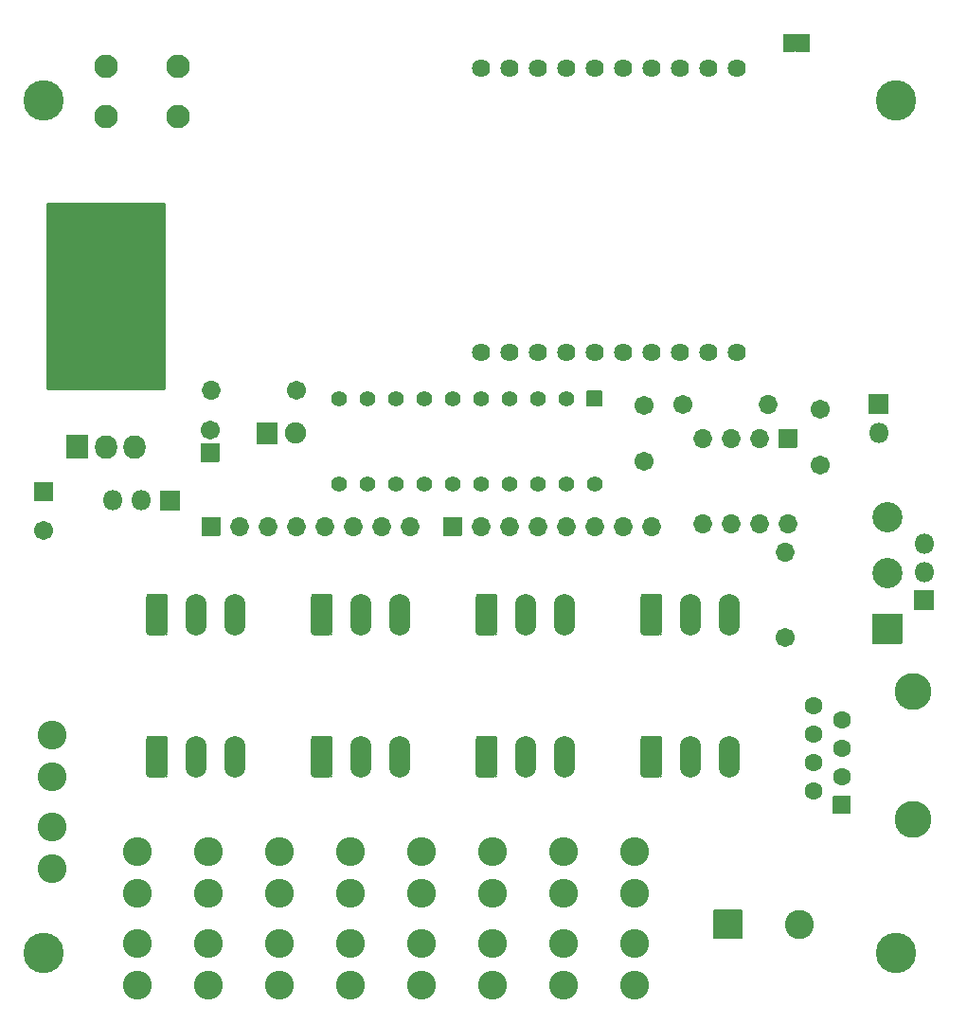
<source format=gbr>
G04 #@! TF.GenerationSoftware,KiCad,Pcbnew,(5.1.9)-1*
G04 #@! TF.CreationDate,2021-05-12T23:26:12-04:00*
G04 #@! TF.ProjectId,ESP32_Controller,45535033-325f-4436-9f6e-74726f6c6c65,v1.2*
G04 #@! TF.SameCoordinates,Original*
G04 #@! TF.FileFunction,Soldermask,Top*
G04 #@! TF.FilePolarity,Negative*
%FSLAX46Y46*%
G04 Gerber Fmt 4.6, Leading zero omitted, Abs format (unit mm)*
G04 Created by KiCad (PCBNEW (5.1.9)-1) date 2021-05-12 23:26:12*
%MOMM*%
%LPD*%
G01*
G04 APERTURE LIST*
%ADD10O,1.802000X1.802000*%
%ADD11C,1.626000*%
%ADD12C,1.602000*%
%ADD13C,3.302000*%
%ADD14O,1.702000X1.702000*%
%ADD15C,1.702000*%
%ADD16C,1.902000*%
%ADD17C,2.102000*%
%ADD18C,2.702000*%
%ADD19O,2.007000X2.102000*%
%ADD20O,3.602000X3.602000*%
%ADD21O,1.902000X3.702000*%
%ADD22C,3.602000*%
%ADD23C,2.577000*%
%ADD24C,1.397400*%
%ADD25C,2.602000*%
%ADD26C,0.254000*%
%ADD27C,0.100000*%
G04 APERTURE END LIST*
D10*
X126120000Y-87100000D03*
X128660000Y-87100000D03*
G36*
G01*
X130350000Y-86199000D02*
X132050000Y-86199000D01*
G75*
G02*
X132101000Y-86250000I0J-51000D01*
G01*
X132101000Y-87950000D01*
G75*
G02*
X132050000Y-88001000I-51000J0D01*
G01*
X130350000Y-88001000D01*
G75*
G02*
X130299000Y-87950000I0J51000D01*
G01*
X130299000Y-86250000D01*
G75*
G02*
X130350000Y-86199000I51000J0D01*
G01*
G37*
G36*
G01*
X187109400Y-45439900D02*
X187109400Y-46939900D01*
G75*
G02*
X187058400Y-46990900I-51000J0D01*
G01*
X186058400Y-46990900D01*
G75*
G02*
X186007400Y-46939900I0J51000D01*
G01*
X186007400Y-45439900D01*
G75*
G02*
X186058400Y-45388900I51000J0D01*
G01*
X187058400Y-45388900D01*
G75*
G02*
X187109400Y-45439900I0J-51000D01*
G01*
G37*
G36*
G01*
X188409400Y-45439900D02*
X188409400Y-46939900D01*
G75*
G02*
X188358400Y-46990900I-51000J0D01*
G01*
X187358400Y-46990900D01*
G75*
G02*
X187307400Y-46939900I0J51000D01*
G01*
X187307400Y-45439900D01*
G75*
G02*
X187358400Y-45388900I51000J0D01*
G01*
X188358400Y-45388900D01*
G75*
G02*
X188409400Y-45439900I0J-51000D01*
G01*
G37*
D11*
X181864000Y-73863200D03*
X179324000Y-73863200D03*
X176784000Y-73863200D03*
X174244000Y-73863200D03*
X171704000Y-73863200D03*
X169164000Y-73863200D03*
X166624000Y-73863200D03*
X164084000Y-73863200D03*
X161544000Y-73863200D03*
X159004000Y-73863200D03*
X159004000Y-48463200D03*
X161544000Y-48463200D03*
X164084000Y-48463200D03*
X166624000Y-48463200D03*
X169164000Y-48463200D03*
X171704000Y-48463200D03*
X174244000Y-48463200D03*
X176784000Y-48463200D03*
X179324000Y-48463200D03*
X181864000Y-48463200D03*
D10*
X198628000Y-90932000D03*
X198628000Y-93472000D03*
G36*
G01*
X199529000Y-95162000D02*
X199529000Y-96862000D01*
G75*
G02*
X199478000Y-96913000I-51000J0D01*
G01*
X197778000Y-96913000D01*
G75*
G02*
X197727000Y-96862000I0J51000D01*
G01*
X197727000Y-95162000D01*
G75*
G02*
X197778000Y-95111000I51000J0D01*
G01*
X199478000Y-95111000D01*
G75*
G02*
X199529000Y-95162000I0J-51000D01*
G01*
G37*
D12*
X188722000Y-105410000D03*
X191262000Y-106680000D03*
X188722000Y-107950000D03*
X191262000Y-109220000D03*
X188722000Y-110490000D03*
X191262000Y-111760000D03*
X188722000Y-113030000D03*
G36*
G01*
X192012000Y-115101000D02*
X190512000Y-115101000D01*
G75*
G02*
X190461000Y-115050000I0J51000D01*
G01*
X190461000Y-113550000D01*
G75*
G02*
X190512000Y-113499000I51000J0D01*
G01*
X192012000Y-113499000D01*
G75*
G02*
X192063000Y-113550000I0J-51000D01*
G01*
X192063000Y-115050000D01*
G75*
G02*
X192012000Y-115101000I-51000J0D01*
G01*
G37*
D13*
X197612000Y-115570000D03*
X197612000Y-104140000D03*
D14*
X184658000Y-78486000D03*
D15*
X177038000Y-78486000D03*
D16*
X142443200Y-81076800D03*
G36*
G01*
X138952200Y-81976800D02*
X138952200Y-80176800D01*
G75*
G02*
X139003200Y-80125800I51000J0D01*
G01*
X140803200Y-80125800D01*
G75*
G02*
X140854200Y-80176800I0J-51000D01*
G01*
X140854200Y-81976800D01*
G75*
G02*
X140803200Y-82027800I-51000J0D01*
G01*
X139003200Y-82027800D01*
G75*
G02*
X138952200Y-81976800I0J51000D01*
G01*
G37*
D14*
X134874000Y-77254100D03*
D15*
X142494000Y-77254100D03*
G36*
G01*
X193663000Y-79336000D02*
X193663000Y-77636000D01*
G75*
G02*
X193714000Y-77585000I51000J0D01*
G01*
X195414000Y-77585000D01*
G75*
G02*
X195465000Y-77636000I0J-51000D01*
G01*
X195465000Y-79336000D01*
G75*
G02*
X195414000Y-79387000I-51000J0D01*
G01*
X193714000Y-79387000D01*
G75*
G02*
X193663000Y-79336000I0J51000D01*
G01*
G37*
D10*
X194564000Y-81026000D03*
D17*
X125476000Y-52760000D03*
X125476000Y-48260000D03*
X131976000Y-52760000D03*
X131976000Y-48260000D03*
D14*
X186436000Y-89154000D03*
X178816000Y-81534000D03*
X183896000Y-89154000D03*
X181356000Y-81534000D03*
X181356000Y-89154000D03*
X183896000Y-81534000D03*
X178816000Y-89154000D03*
G36*
G01*
X185636000Y-80683000D02*
X187236000Y-80683000D01*
G75*
G02*
X187287000Y-80734000I0J-51000D01*
G01*
X187287000Y-82334000D01*
G75*
G02*
X187236000Y-82385000I-51000J0D01*
G01*
X185636000Y-82385000D01*
G75*
G02*
X185585000Y-82334000I0J51000D01*
G01*
X185585000Y-80734000D01*
G75*
G02*
X185636000Y-80683000I51000J0D01*
G01*
G37*
X186182000Y-91694000D03*
D15*
X186182000Y-99314000D03*
D18*
X195326000Y-88552000D03*
X195326000Y-93552000D03*
G36*
G01*
X196626000Y-99903000D02*
X194026000Y-99903000D01*
G75*
G02*
X193975000Y-99852000I0J51000D01*
G01*
X193975000Y-97252000D01*
G75*
G02*
X194026000Y-97201000I51000J0D01*
G01*
X196626000Y-97201000D01*
G75*
G02*
X196677000Y-97252000I0J-51000D01*
G01*
X196677000Y-99852000D01*
G75*
G02*
X196626000Y-99903000I-51000J0D01*
G01*
G37*
D15*
X189357000Y-78947000D03*
X189357000Y-83947000D03*
D19*
X128016000Y-82296000D03*
X125476000Y-82296000D03*
G36*
G01*
X121932500Y-83296000D02*
X121932500Y-81296000D01*
G75*
G02*
X121983500Y-81245000I51000J0D01*
G01*
X123888500Y-81245000D01*
G75*
G02*
X123939500Y-81296000I0J-51000D01*
G01*
X123939500Y-83296000D01*
G75*
G02*
X123888500Y-83347000I-51000J0D01*
G01*
X121983500Y-83347000D01*
G75*
G02*
X121932500Y-83296000I0J51000D01*
G01*
G37*
D20*
X125476000Y-65636000D03*
D21*
X137048000Y-109982000D03*
X133548000Y-109982000D03*
G36*
G01*
X129097000Y-111568834D02*
X129097000Y-108395166D01*
G75*
G02*
X129361166Y-108131000I264166J0D01*
G01*
X130734834Y-108131000D01*
G75*
G02*
X130999000Y-108395166I0J-264166D01*
G01*
X130999000Y-111568834D01*
G75*
G02*
X130734834Y-111833000I-264166J0D01*
G01*
X129361166Y-111833000D01*
G75*
G02*
X129097000Y-111568834I0J264166D01*
G01*
G37*
X166512000Y-109982000D03*
X163012000Y-109982000D03*
G36*
G01*
X158561000Y-111568834D02*
X158561000Y-108395166D01*
G75*
G02*
X158825166Y-108131000I264166J0D01*
G01*
X160198834Y-108131000D01*
G75*
G02*
X160463000Y-108395166I0J-264166D01*
G01*
X160463000Y-111568834D01*
G75*
G02*
X160198834Y-111833000I-264166J0D01*
G01*
X158825166Y-111833000D01*
G75*
G02*
X158561000Y-111568834I0J264166D01*
G01*
G37*
X151780000Y-109982000D03*
X148280000Y-109982000D03*
G36*
G01*
X143829000Y-111568834D02*
X143829000Y-108395166D01*
G75*
G02*
X144093166Y-108131000I264166J0D01*
G01*
X145466834Y-108131000D01*
G75*
G02*
X145731000Y-108395166I0J-264166D01*
G01*
X145731000Y-111568834D01*
G75*
G02*
X145466834Y-111833000I-264166J0D01*
G01*
X144093166Y-111833000D01*
G75*
G02*
X143829000Y-111568834I0J264166D01*
G01*
G37*
X181244000Y-109982000D03*
X177744000Y-109982000D03*
G36*
G01*
X173293000Y-111568834D02*
X173293000Y-108395166D01*
G75*
G02*
X173557166Y-108131000I264166J0D01*
G01*
X174930834Y-108131000D01*
G75*
G02*
X175195000Y-108395166I0J-264166D01*
G01*
X175195000Y-111568834D01*
G75*
G02*
X174930834Y-111833000I-264166J0D01*
G01*
X173557166Y-111833000D01*
G75*
G02*
X173293000Y-111568834I0J264166D01*
G01*
G37*
D14*
X174244000Y-89408000D03*
X171704000Y-89408000D03*
X169164000Y-89408000D03*
X166624000Y-89408000D03*
X164084000Y-89408000D03*
X161544000Y-89408000D03*
X159004000Y-89408000D03*
G36*
G01*
X155613000Y-90208000D02*
X155613000Y-88608000D01*
G75*
G02*
X155664000Y-88557000I51000J0D01*
G01*
X157264000Y-88557000D01*
G75*
G02*
X157315000Y-88608000I0J-51000D01*
G01*
X157315000Y-90208000D01*
G75*
G02*
X157264000Y-90259000I-51000J0D01*
G01*
X155664000Y-90259000D01*
G75*
G02*
X155613000Y-90208000I0J51000D01*
G01*
G37*
X152654000Y-89408000D03*
X150114000Y-89408000D03*
X147574000Y-89408000D03*
X145034000Y-89408000D03*
X142494000Y-89408000D03*
X139954000Y-89408000D03*
X137414000Y-89408000D03*
G36*
G01*
X134023000Y-90208000D02*
X134023000Y-88608000D01*
G75*
G02*
X134074000Y-88557000I51000J0D01*
G01*
X135674000Y-88557000D01*
G75*
G02*
X135725000Y-88608000I0J-51000D01*
G01*
X135725000Y-90208000D01*
G75*
G02*
X135674000Y-90259000I-51000J0D01*
G01*
X134074000Y-90259000D01*
G75*
G02*
X134023000Y-90208000I0J51000D01*
G01*
G37*
D15*
X173609000Y-78566000D03*
X173609000Y-83566000D03*
D22*
X119888000Y-51308000D03*
X119888000Y-127508000D03*
X196088000Y-51308000D03*
X196088000Y-127508000D03*
D15*
X119900000Y-89800000D03*
G36*
G01*
X119100000Y-85449000D02*
X120700000Y-85449000D01*
G75*
G02*
X120751000Y-85500000I0J-51000D01*
G01*
X120751000Y-87100000D01*
G75*
G02*
X120700000Y-87151000I-51000J0D01*
G01*
X119100000Y-87151000D01*
G75*
G02*
X119049000Y-87100000I0J51000D01*
G01*
X119049000Y-85500000D01*
G75*
G02*
X119100000Y-85449000I51000J0D01*
G01*
G37*
D23*
X120650000Y-108096000D03*
X120650000Y-119996000D03*
X120650000Y-111796000D03*
X120650000Y-116296000D03*
D24*
X169164000Y-85598000D03*
X166624000Y-85598000D03*
X164084000Y-85598000D03*
X161544000Y-85598000D03*
X159004000Y-85598000D03*
X156464000Y-85598000D03*
X153924000Y-85598000D03*
X151384000Y-85598000D03*
X148844000Y-85598000D03*
X146304000Y-85598000D03*
X146304000Y-77978000D03*
X148844000Y-77978000D03*
X151384000Y-77978000D03*
X153924000Y-77978000D03*
X156464000Y-77978000D03*
X159004000Y-77978000D03*
X161544000Y-77978000D03*
X164084000Y-77978000D03*
X166624000Y-77978000D03*
G36*
G01*
X168516299Y-77279300D02*
X169811701Y-77279300D01*
G75*
G02*
X169862700Y-77330299I0J-50999D01*
G01*
X169862700Y-78625701D01*
G75*
G02*
X169811701Y-78676700I-50999J0D01*
G01*
X168516299Y-78676700D01*
G75*
G02*
X168465300Y-78625701I0J50999D01*
G01*
X168465300Y-77330299D01*
G75*
G02*
X168516299Y-77279300I50999J0D01*
G01*
G37*
D23*
X128270000Y-118510000D03*
X128270000Y-130410000D03*
X128270000Y-122210000D03*
X128270000Y-126710000D03*
D21*
X181244000Y-97282000D03*
X177744000Y-97282000D03*
G36*
G01*
X173293000Y-98868834D02*
X173293000Y-95695166D01*
G75*
G02*
X173557166Y-95431000I264166J0D01*
G01*
X174930834Y-95431000D01*
G75*
G02*
X175195000Y-95695166I0J-264166D01*
G01*
X175195000Y-98868834D01*
G75*
G02*
X174930834Y-99133000I-264166J0D01*
G01*
X173557166Y-99133000D01*
G75*
G02*
X173293000Y-98868834I0J264166D01*
G01*
G37*
D23*
X172720000Y-118510000D03*
X172720000Y-130410000D03*
X172720000Y-122210000D03*
X172720000Y-126710000D03*
X166370000Y-118510000D03*
X166370000Y-130410000D03*
X166370000Y-122210000D03*
X166370000Y-126710000D03*
X160020000Y-118510000D03*
X160020000Y-130410000D03*
X160020000Y-122210000D03*
X160020000Y-126710000D03*
X153670000Y-118510000D03*
X153670000Y-130410000D03*
X153670000Y-122210000D03*
X153670000Y-126710000D03*
X147320000Y-118510000D03*
X147320000Y-130410000D03*
X147320000Y-122210000D03*
X147320000Y-126710000D03*
X140970000Y-118510000D03*
X140970000Y-130410000D03*
X140970000Y-122210000D03*
X140970000Y-126710000D03*
X134620000Y-118510000D03*
X134620000Y-130410000D03*
X134620000Y-122210000D03*
X134620000Y-126710000D03*
D25*
X187452000Y-124968000D03*
G36*
G01*
X179801000Y-126218000D02*
X179801000Y-123718000D01*
G75*
G02*
X179852000Y-123667000I51000J0D01*
G01*
X182352000Y-123667000D01*
G75*
G02*
X182403000Y-123718000I0J-51000D01*
G01*
X182403000Y-126218000D01*
G75*
G02*
X182352000Y-126269000I-51000J0D01*
G01*
X179852000Y-126269000D01*
G75*
G02*
X179801000Y-126218000I0J51000D01*
G01*
G37*
D21*
X166512000Y-97282000D03*
X163012000Y-97282000D03*
G36*
G01*
X158561000Y-98868834D02*
X158561000Y-95695166D01*
G75*
G02*
X158825166Y-95431000I264166J0D01*
G01*
X160198834Y-95431000D01*
G75*
G02*
X160463000Y-95695166I0J-264166D01*
G01*
X160463000Y-98868834D01*
G75*
G02*
X160198834Y-99133000I-264166J0D01*
G01*
X158825166Y-99133000D01*
G75*
G02*
X158561000Y-98868834I0J264166D01*
G01*
G37*
X151780000Y-97282000D03*
X148280000Y-97282000D03*
G36*
G01*
X143829000Y-98868834D02*
X143829000Y-95695166D01*
G75*
G02*
X144093166Y-95431000I264166J0D01*
G01*
X145466834Y-95431000D01*
G75*
G02*
X145731000Y-95695166I0J-264166D01*
G01*
X145731000Y-98868834D01*
G75*
G02*
X145466834Y-99133000I-264166J0D01*
G01*
X144093166Y-99133000D01*
G75*
G02*
X143829000Y-98868834I0J264166D01*
G01*
G37*
X137048000Y-97282000D03*
X133548000Y-97282000D03*
G36*
G01*
X129097000Y-98868834D02*
X129097000Y-95695166D01*
G75*
G02*
X129361166Y-95431000I264166J0D01*
G01*
X130734834Y-95431000D01*
G75*
G02*
X130999000Y-95695166I0J-264166D01*
G01*
X130999000Y-98868834D01*
G75*
G02*
X130734834Y-99133000I-264166J0D01*
G01*
X129361166Y-99133000D01*
G75*
G02*
X129097000Y-98868834I0J264166D01*
G01*
G37*
D15*
X134800000Y-80800000D03*
G36*
G01*
X135600000Y-83651000D02*
X134000000Y-83651000D01*
G75*
G02*
X133949000Y-83600000I0J51000D01*
G01*
X133949000Y-82000000D01*
G75*
G02*
X134000000Y-81949000I51000J0D01*
G01*
X135600000Y-81949000D01*
G75*
G02*
X135651000Y-82000000I0J-51000D01*
G01*
X135651000Y-83600000D01*
G75*
G02*
X135600000Y-83651000I-51000J0D01*
G01*
G37*
D26*
X130683000Y-77089000D02*
X120269000Y-77089000D01*
X120269000Y-60579000D01*
X130683000Y-60579000D01*
X130683000Y-77089000D01*
D27*
G36*
X130683000Y-77089000D02*
G01*
X120269000Y-77089000D01*
X120269000Y-60579000D01*
X130683000Y-60579000D01*
X130683000Y-77089000D01*
G37*
G36*
X175196165Y-111567208D02*
G01*
X175197000Y-111568834D01*
X175197000Y-111652971D01*
X175196990Y-111653167D01*
X175193056Y-111693111D01*
X175192980Y-111693496D01*
X175183119Y-111726005D01*
X175182969Y-111726367D01*
X175166955Y-111756325D01*
X175166737Y-111756651D01*
X175145187Y-111782910D01*
X175144910Y-111783187D01*
X175118651Y-111804737D01*
X175118325Y-111804955D01*
X175088367Y-111820969D01*
X175088005Y-111821119D01*
X175055496Y-111830980D01*
X175055111Y-111831056D01*
X175015167Y-111834990D01*
X175014971Y-111835000D01*
X174930834Y-111835000D01*
X174929102Y-111834000D01*
X174929102Y-111832000D01*
X174930638Y-111831010D01*
X174981975Y-111825954D01*
X175031157Y-111811035D01*
X175076481Y-111786809D01*
X175116207Y-111754207D01*
X175148809Y-111714481D01*
X175173035Y-111669157D01*
X175187954Y-111619975D01*
X175193010Y-111568638D01*
X175194175Y-111567012D01*
X175196165Y-111567208D01*
G37*
G36*
X158562990Y-111568638D02*
G01*
X158568046Y-111619975D01*
X158582965Y-111669157D01*
X158607191Y-111714481D01*
X158639793Y-111754207D01*
X158679519Y-111786809D01*
X158724843Y-111811035D01*
X158774025Y-111825954D01*
X158825362Y-111831010D01*
X158826988Y-111832175D01*
X158826792Y-111834165D01*
X158825166Y-111835000D01*
X158741029Y-111835000D01*
X158740833Y-111834990D01*
X158700889Y-111831056D01*
X158700504Y-111830980D01*
X158667995Y-111821119D01*
X158667633Y-111820969D01*
X158637675Y-111804955D01*
X158637349Y-111804737D01*
X158611090Y-111783187D01*
X158610813Y-111782910D01*
X158589263Y-111756651D01*
X158589045Y-111756325D01*
X158573031Y-111726367D01*
X158572881Y-111726005D01*
X158563020Y-111693496D01*
X158562944Y-111693111D01*
X158559010Y-111653167D01*
X158559000Y-111652971D01*
X158559000Y-111568834D01*
X158560000Y-111567102D01*
X158562000Y-111567102D01*
X158562990Y-111568638D01*
G37*
G36*
X160464165Y-111567208D02*
G01*
X160465000Y-111568834D01*
X160465000Y-111652971D01*
X160464990Y-111653167D01*
X160461056Y-111693111D01*
X160460980Y-111693496D01*
X160451119Y-111726005D01*
X160450969Y-111726367D01*
X160434955Y-111756325D01*
X160434737Y-111756651D01*
X160413187Y-111782910D01*
X160412910Y-111783187D01*
X160386651Y-111804737D01*
X160386325Y-111804955D01*
X160356367Y-111820969D01*
X160356005Y-111821119D01*
X160323496Y-111830980D01*
X160323111Y-111831056D01*
X160283167Y-111834990D01*
X160282971Y-111835000D01*
X160198834Y-111835000D01*
X160197102Y-111834000D01*
X160197102Y-111832000D01*
X160198638Y-111831010D01*
X160249975Y-111825954D01*
X160299157Y-111811035D01*
X160344481Y-111786809D01*
X160384207Y-111754207D01*
X160416809Y-111714481D01*
X160441035Y-111669157D01*
X160455954Y-111619975D01*
X160461010Y-111568638D01*
X160462175Y-111567012D01*
X160464165Y-111567208D01*
G37*
G36*
X143830990Y-111568638D02*
G01*
X143836046Y-111619975D01*
X143850965Y-111669157D01*
X143875191Y-111714481D01*
X143907793Y-111754207D01*
X143947519Y-111786809D01*
X143992843Y-111811035D01*
X144042025Y-111825954D01*
X144093362Y-111831010D01*
X144094988Y-111832175D01*
X144094792Y-111834165D01*
X144093166Y-111835000D01*
X144009029Y-111835000D01*
X144008833Y-111834990D01*
X143968889Y-111831056D01*
X143968504Y-111830980D01*
X143935995Y-111821119D01*
X143935633Y-111820969D01*
X143905675Y-111804955D01*
X143905349Y-111804737D01*
X143879090Y-111783187D01*
X143878813Y-111782910D01*
X143857263Y-111756651D01*
X143857045Y-111756325D01*
X143841031Y-111726367D01*
X143840881Y-111726005D01*
X143831020Y-111693496D01*
X143830944Y-111693111D01*
X143827010Y-111653167D01*
X143827000Y-111652971D01*
X143827000Y-111568834D01*
X143828000Y-111567102D01*
X143830000Y-111567102D01*
X143830990Y-111568638D01*
G37*
G36*
X145732165Y-111567208D02*
G01*
X145733000Y-111568834D01*
X145733000Y-111652971D01*
X145732990Y-111653167D01*
X145729056Y-111693111D01*
X145728980Y-111693496D01*
X145719119Y-111726005D01*
X145718969Y-111726367D01*
X145702955Y-111756325D01*
X145702737Y-111756651D01*
X145681187Y-111782910D01*
X145680910Y-111783187D01*
X145654651Y-111804737D01*
X145654325Y-111804955D01*
X145624367Y-111820969D01*
X145624005Y-111821119D01*
X145591496Y-111830980D01*
X145591111Y-111831056D01*
X145551167Y-111834990D01*
X145550971Y-111835000D01*
X145466834Y-111835000D01*
X145465102Y-111834000D01*
X145465102Y-111832000D01*
X145466638Y-111831010D01*
X145517975Y-111825954D01*
X145567157Y-111811035D01*
X145612481Y-111786809D01*
X145652207Y-111754207D01*
X145684809Y-111714481D01*
X145709035Y-111669157D01*
X145723954Y-111619975D01*
X145729010Y-111568638D01*
X145730175Y-111567012D01*
X145732165Y-111567208D01*
G37*
G36*
X129098990Y-111568638D02*
G01*
X129104046Y-111619975D01*
X129118965Y-111669157D01*
X129143191Y-111714481D01*
X129175793Y-111754207D01*
X129215519Y-111786809D01*
X129260843Y-111811035D01*
X129310025Y-111825954D01*
X129361362Y-111831010D01*
X129362988Y-111832175D01*
X129362792Y-111834165D01*
X129361166Y-111835000D01*
X129277029Y-111835000D01*
X129276833Y-111834990D01*
X129236889Y-111831056D01*
X129236504Y-111830980D01*
X129203995Y-111821119D01*
X129203633Y-111820969D01*
X129173675Y-111804955D01*
X129173349Y-111804737D01*
X129147090Y-111783187D01*
X129146813Y-111782910D01*
X129125263Y-111756651D01*
X129125045Y-111756325D01*
X129109031Y-111726367D01*
X129108881Y-111726005D01*
X129099020Y-111693496D01*
X129098944Y-111693111D01*
X129095010Y-111653167D01*
X129095000Y-111652971D01*
X129095000Y-111568834D01*
X129096000Y-111567102D01*
X129098000Y-111567102D01*
X129098990Y-111568638D01*
G37*
G36*
X131000165Y-111567208D02*
G01*
X131001000Y-111568834D01*
X131001000Y-111652971D01*
X131000990Y-111653167D01*
X130997056Y-111693111D01*
X130996980Y-111693496D01*
X130987119Y-111726005D01*
X130986969Y-111726367D01*
X130970955Y-111756325D01*
X130970737Y-111756651D01*
X130949187Y-111782910D01*
X130948910Y-111783187D01*
X130922651Y-111804737D01*
X130922325Y-111804955D01*
X130892367Y-111820969D01*
X130892005Y-111821119D01*
X130859496Y-111830980D01*
X130859111Y-111831056D01*
X130819167Y-111834990D01*
X130818971Y-111835000D01*
X130734834Y-111835000D01*
X130733102Y-111834000D01*
X130733102Y-111832000D01*
X130734638Y-111831010D01*
X130785975Y-111825954D01*
X130835157Y-111811035D01*
X130880481Y-111786809D01*
X130920207Y-111754207D01*
X130952809Y-111714481D01*
X130977035Y-111669157D01*
X130991954Y-111619975D01*
X130997010Y-111568638D01*
X130998175Y-111567012D01*
X131000165Y-111567208D01*
G37*
G36*
X173294990Y-111568638D02*
G01*
X173300046Y-111619975D01*
X173314965Y-111669157D01*
X173339191Y-111714481D01*
X173371793Y-111754207D01*
X173411519Y-111786809D01*
X173456843Y-111811035D01*
X173506025Y-111825954D01*
X173557362Y-111831010D01*
X173558988Y-111832175D01*
X173558792Y-111834165D01*
X173557166Y-111835000D01*
X173473029Y-111835000D01*
X173472833Y-111834990D01*
X173432889Y-111831056D01*
X173432504Y-111830980D01*
X173399995Y-111821119D01*
X173399633Y-111820969D01*
X173369675Y-111804955D01*
X173369349Y-111804737D01*
X173343090Y-111783187D01*
X173342813Y-111782910D01*
X173321263Y-111756651D01*
X173321045Y-111756325D01*
X173305031Y-111726367D01*
X173304881Y-111726005D01*
X173295020Y-111693496D01*
X173294944Y-111693111D01*
X173291010Y-111653167D01*
X173291000Y-111652971D01*
X173291000Y-111568834D01*
X173292000Y-111567102D01*
X173294000Y-111567102D01*
X173294990Y-111568638D01*
G37*
G36*
X144094898Y-108130000D02*
G01*
X144094898Y-108132000D01*
X144093362Y-108132990D01*
X144042025Y-108138046D01*
X143992843Y-108152965D01*
X143947519Y-108177191D01*
X143907793Y-108209793D01*
X143875191Y-108249519D01*
X143850965Y-108294843D01*
X143836046Y-108344025D01*
X143830990Y-108395362D01*
X143829825Y-108396988D01*
X143827835Y-108396792D01*
X143827000Y-108395166D01*
X143827000Y-108311029D01*
X143827010Y-108310833D01*
X143830944Y-108270889D01*
X143831020Y-108270504D01*
X143840881Y-108237995D01*
X143841031Y-108237633D01*
X143857045Y-108207675D01*
X143857263Y-108207349D01*
X143878813Y-108181090D01*
X143879090Y-108180813D01*
X143905349Y-108159263D01*
X143905675Y-108159045D01*
X143935633Y-108143031D01*
X143935995Y-108142881D01*
X143968504Y-108133020D01*
X143968889Y-108132944D01*
X144008833Y-108129010D01*
X144009029Y-108129000D01*
X144093166Y-108129000D01*
X144094898Y-108130000D01*
G37*
G36*
X173558898Y-108130000D02*
G01*
X173558898Y-108132000D01*
X173557362Y-108132990D01*
X173506025Y-108138046D01*
X173456843Y-108152965D01*
X173411519Y-108177191D01*
X173371793Y-108209793D01*
X173339191Y-108249519D01*
X173314965Y-108294843D01*
X173300046Y-108344025D01*
X173294990Y-108395362D01*
X173293825Y-108396988D01*
X173291835Y-108396792D01*
X173291000Y-108395166D01*
X173291000Y-108311029D01*
X173291010Y-108310833D01*
X173294944Y-108270889D01*
X173295020Y-108270504D01*
X173304881Y-108237995D01*
X173305031Y-108237633D01*
X173321045Y-108207675D01*
X173321263Y-108207349D01*
X173342813Y-108181090D01*
X173343090Y-108180813D01*
X173369349Y-108159263D01*
X173369675Y-108159045D01*
X173399633Y-108143031D01*
X173399995Y-108142881D01*
X173432504Y-108133020D01*
X173432889Y-108132944D01*
X173472833Y-108129010D01*
X173473029Y-108129000D01*
X173557166Y-108129000D01*
X173558898Y-108130000D01*
G37*
G36*
X129362898Y-108130000D02*
G01*
X129362898Y-108132000D01*
X129361362Y-108132990D01*
X129310025Y-108138046D01*
X129260843Y-108152965D01*
X129215519Y-108177191D01*
X129175793Y-108209793D01*
X129143191Y-108249519D01*
X129118965Y-108294843D01*
X129104046Y-108344025D01*
X129098990Y-108395362D01*
X129097825Y-108396988D01*
X129095835Y-108396792D01*
X129095000Y-108395166D01*
X129095000Y-108311029D01*
X129095010Y-108310833D01*
X129098944Y-108270889D01*
X129099020Y-108270504D01*
X129108881Y-108237995D01*
X129109031Y-108237633D01*
X129125045Y-108207675D01*
X129125263Y-108207349D01*
X129146813Y-108181090D01*
X129147090Y-108180813D01*
X129173349Y-108159263D01*
X129173675Y-108159045D01*
X129203633Y-108143031D01*
X129203995Y-108142881D01*
X129236504Y-108133020D01*
X129236889Y-108132944D01*
X129276833Y-108129010D01*
X129277029Y-108129000D01*
X129361166Y-108129000D01*
X129362898Y-108130000D01*
G37*
G36*
X158826898Y-108130000D02*
G01*
X158826898Y-108132000D01*
X158825362Y-108132990D01*
X158774025Y-108138046D01*
X158724843Y-108152965D01*
X158679519Y-108177191D01*
X158639793Y-108209793D01*
X158607191Y-108249519D01*
X158582965Y-108294843D01*
X158568046Y-108344025D01*
X158562990Y-108395362D01*
X158561825Y-108396988D01*
X158559835Y-108396792D01*
X158559000Y-108395166D01*
X158559000Y-108311029D01*
X158559010Y-108310833D01*
X158562944Y-108270889D01*
X158563020Y-108270504D01*
X158572881Y-108237995D01*
X158573031Y-108237633D01*
X158589045Y-108207675D01*
X158589263Y-108207349D01*
X158610813Y-108181090D01*
X158611090Y-108180813D01*
X158637349Y-108159263D01*
X158637675Y-108159045D01*
X158667633Y-108143031D01*
X158667995Y-108142881D01*
X158700504Y-108133020D01*
X158700889Y-108132944D01*
X158740833Y-108129010D01*
X158741029Y-108129000D01*
X158825166Y-108129000D01*
X158826898Y-108130000D01*
G37*
G36*
X130819167Y-108129010D02*
G01*
X130859111Y-108132944D01*
X130859496Y-108133020D01*
X130892005Y-108142881D01*
X130892367Y-108143031D01*
X130922325Y-108159045D01*
X130922651Y-108159263D01*
X130948910Y-108180813D01*
X130949187Y-108181090D01*
X130970737Y-108207349D01*
X130970955Y-108207675D01*
X130986969Y-108237633D01*
X130987119Y-108237995D01*
X130996980Y-108270504D01*
X130997056Y-108270889D01*
X131000990Y-108310833D01*
X131001000Y-108311029D01*
X131001000Y-108395166D01*
X131000000Y-108396898D01*
X130998000Y-108396898D01*
X130997010Y-108395362D01*
X130991954Y-108344025D01*
X130977035Y-108294843D01*
X130952809Y-108249519D01*
X130920207Y-108209793D01*
X130880481Y-108177191D01*
X130835157Y-108152965D01*
X130785975Y-108138046D01*
X130734638Y-108132990D01*
X130733012Y-108131825D01*
X130733208Y-108129835D01*
X130734834Y-108129000D01*
X130818971Y-108129000D01*
X130819167Y-108129010D01*
G37*
G36*
X160283167Y-108129010D02*
G01*
X160323111Y-108132944D01*
X160323496Y-108133020D01*
X160356005Y-108142881D01*
X160356367Y-108143031D01*
X160386325Y-108159045D01*
X160386651Y-108159263D01*
X160412910Y-108180813D01*
X160413187Y-108181090D01*
X160434737Y-108207349D01*
X160434955Y-108207675D01*
X160450969Y-108237633D01*
X160451119Y-108237995D01*
X160460980Y-108270504D01*
X160461056Y-108270889D01*
X160464990Y-108310833D01*
X160465000Y-108311029D01*
X160465000Y-108395166D01*
X160464000Y-108396898D01*
X160462000Y-108396898D01*
X160461010Y-108395362D01*
X160455954Y-108344025D01*
X160441035Y-108294843D01*
X160416809Y-108249519D01*
X160384207Y-108209793D01*
X160344481Y-108177191D01*
X160299157Y-108152965D01*
X160249975Y-108138046D01*
X160198638Y-108132990D01*
X160197012Y-108131825D01*
X160197208Y-108129835D01*
X160198834Y-108129000D01*
X160282971Y-108129000D01*
X160283167Y-108129010D01*
G37*
G36*
X145551167Y-108129010D02*
G01*
X145591111Y-108132944D01*
X145591496Y-108133020D01*
X145624005Y-108142881D01*
X145624367Y-108143031D01*
X145654325Y-108159045D01*
X145654651Y-108159263D01*
X145680910Y-108180813D01*
X145681187Y-108181090D01*
X145702737Y-108207349D01*
X145702955Y-108207675D01*
X145718969Y-108237633D01*
X145719119Y-108237995D01*
X145728980Y-108270504D01*
X145729056Y-108270889D01*
X145732990Y-108310833D01*
X145733000Y-108311029D01*
X145733000Y-108395166D01*
X145732000Y-108396898D01*
X145730000Y-108396898D01*
X145729010Y-108395362D01*
X145723954Y-108344025D01*
X145709035Y-108294843D01*
X145684809Y-108249519D01*
X145652207Y-108209793D01*
X145612481Y-108177191D01*
X145567157Y-108152965D01*
X145517975Y-108138046D01*
X145466638Y-108132990D01*
X145465012Y-108131825D01*
X145465208Y-108129835D01*
X145466834Y-108129000D01*
X145550971Y-108129000D01*
X145551167Y-108129010D01*
G37*
G36*
X175015167Y-108129010D02*
G01*
X175055111Y-108132944D01*
X175055496Y-108133020D01*
X175088005Y-108142881D01*
X175088367Y-108143031D01*
X175118325Y-108159045D01*
X175118651Y-108159263D01*
X175144910Y-108180813D01*
X175145187Y-108181090D01*
X175166737Y-108207349D01*
X175166955Y-108207675D01*
X175182969Y-108237633D01*
X175183119Y-108237995D01*
X175192980Y-108270504D01*
X175193056Y-108270889D01*
X175196990Y-108310833D01*
X175197000Y-108311029D01*
X175197000Y-108395166D01*
X175196000Y-108396898D01*
X175194000Y-108396898D01*
X175193010Y-108395362D01*
X175187954Y-108344025D01*
X175173035Y-108294843D01*
X175148809Y-108249519D01*
X175116207Y-108209793D01*
X175076481Y-108177191D01*
X175031157Y-108152965D01*
X174981975Y-108138046D01*
X174930638Y-108132990D01*
X174929012Y-108131825D01*
X174929208Y-108129835D01*
X174930834Y-108129000D01*
X175014971Y-108129000D01*
X175015167Y-108129010D01*
G37*
G36*
X131000165Y-98867208D02*
G01*
X131001000Y-98868834D01*
X131001000Y-98952971D01*
X131000990Y-98953167D01*
X130997056Y-98993111D01*
X130996980Y-98993496D01*
X130987119Y-99026005D01*
X130986969Y-99026367D01*
X130970955Y-99056325D01*
X130970737Y-99056651D01*
X130949187Y-99082910D01*
X130948910Y-99083187D01*
X130922651Y-99104737D01*
X130922325Y-99104955D01*
X130892367Y-99120969D01*
X130892005Y-99121119D01*
X130859496Y-99130980D01*
X130859111Y-99131056D01*
X130819167Y-99134990D01*
X130818971Y-99135000D01*
X130734834Y-99135000D01*
X130733102Y-99134000D01*
X130733102Y-99132000D01*
X130734638Y-99131010D01*
X130785975Y-99125954D01*
X130835157Y-99111035D01*
X130880481Y-99086809D01*
X130920207Y-99054207D01*
X130952809Y-99014481D01*
X130977035Y-98969157D01*
X130991954Y-98919975D01*
X130997010Y-98868638D01*
X130998175Y-98867012D01*
X131000165Y-98867208D01*
G37*
G36*
X145732165Y-98867208D02*
G01*
X145733000Y-98868834D01*
X145733000Y-98952971D01*
X145732990Y-98953167D01*
X145729056Y-98993111D01*
X145728980Y-98993496D01*
X145719119Y-99026005D01*
X145718969Y-99026367D01*
X145702955Y-99056325D01*
X145702737Y-99056651D01*
X145681187Y-99082910D01*
X145680910Y-99083187D01*
X145654651Y-99104737D01*
X145654325Y-99104955D01*
X145624367Y-99120969D01*
X145624005Y-99121119D01*
X145591496Y-99130980D01*
X145591111Y-99131056D01*
X145551167Y-99134990D01*
X145550971Y-99135000D01*
X145466834Y-99135000D01*
X145465102Y-99134000D01*
X145465102Y-99132000D01*
X145466638Y-99131010D01*
X145517975Y-99125954D01*
X145567157Y-99111035D01*
X145612481Y-99086809D01*
X145652207Y-99054207D01*
X145684809Y-99014481D01*
X145709035Y-98969157D01*
X145723954Y-98919975D01*
X145729010Y-98868638D01*
X145730175Y-98867012D01*
X145732165Y-98867208D01*
G37*
G36*
X160464165Y-98867208D02*
G01*
X160465000Y-98868834D01*
X160465000Y-98952971D01*
X160464990Y-98953167D01*
X160461056Y-98993111D01*
X160460980Y-98993496D01*
X160451119Y-99026005D01*
X160450969Y-99026367D01*
X160434955Y-99056325D01*
X160434737Y-99056651D01*
X160413187Y-99082910D01*
X160412910Y-99083187D01*
X160386651Y-99104737D01*
X160386325Y-99104955D01*
X160356367Y-99120969D01*
X160356005Y-99121119D01*
X160323496Y-99130980D01*
X160323111Y-99131056D01*
X160283167Y-99134990D01*
X160282971Y-99135000D01*
X160198834Y-99135000D01*
X160197102Y-99134000D01*
X160197102Y-99132000D01*
X160198638Y-99131010D01*
X160249975Y-99125954D01*
X160299157Y-99111035D01*
X160344481Y-99086809D01*
X160384207Y-99054207D01*
X160416809Y-99014481D01*
X160441035Y-98969157D01*
X160455954Y-98919975D01*
X160461010Y-98868638D01*
X160462175Y-98867012D01*
X160464165Y-98867208D01*
G37*
G36*
X175196165Y-98867208D02*
G01*
X175197000Y-98868834D01*
X175197000Y-98952971D01*
X175196990Y-98953167D01*
X175193056Y-98993111D01*
X175192980Y-98993496D01*
X175183119Y-99026005D01*
X175182969Y-99026367D01*
X175166955Y-99056325D01*
X175166737Y-99056651D01*
X175145187Y-99082910D01*
X175144910Y-99083187D01*
X175118651Y-99104737D01*
X175118325Y-99104955D01*
X175088367Y-99120969D01*
X175088005Y-99121119D01*
X175055496Y-99130980D01*
X175055111Y-99131056D01*
X175015167Y-99134990D01*
X175014971Y-99135000D01*
X174930834Y-99135000D01*
X174929102Y-99134000D01*
X174929102Y-99132000D01*
X174930638Y-99131010D01*
X174981975Y-99125954D01*
X175031157Y-99111035D01*
X175076481Y-99086809D01*
X175116207Y-99054207D01*
X175148809Y-99014481D01*
X175173035Y-98969157D01*
X175187954Y-98919975D01*
X175193010Y-98868638D01*
X175194175Y-98867012D01*
X175196165Y-98867208D01*
G37*
G36*
X143830990Y-98868638D02*
G01*
X143836046Y-98919975D01*
X143850965Y-98969157D01*
X143875191Y-99014481D01*
X143907793Y-99054207D01*
X143947519Y-99086809D01*
X143992843Y-99111035D01*
X144042025Y-99125954D01*
X144093362Y-99131010D01*
X144094988Y-99132175D01*
X144094792Y-99134165D01*
X144093166Y-99135000D01*
X144009029Y-99135000D01*
X144008833Y-99134990D01*
X143968889Y-99131056D01*
X143968504Y-99130980D01*
X143935995Y-99121119D01*
X143935633Y-99120969D01*
X143905675Y-99104955D01*
X143905349Y-99104737D01*
X143879090Y-99083187D01*
X143878813Y-99082910D01*
X143857263Y-99056651D01*
X143857045Y-99056325D01*
X143841031Y-99026367D01*
X143840881Y-99026005D01*
X143831020Y-98993496D01*
X143830944Y-98993111D01*
X143827010Y-98953167D01*
X143827000Y-98952971D01*
X143827000Y-98868834D01*
X143828000Y-98867102D01*
X143830000Y-98867102D01*
X143830990Y-98868638D01*
G37*
G36*
X158562990Y-98868638D02*
G01*
X158568046Y-98919975D01*
X158582965Y-98969157D01*
X158607191Y-99014481D01*
X158639793Y-99054207D01*
X158679519Y-99086809D01*
X158724843Y-99111035D01*
X158774025Y-99125954D01*
X158825362Y-99131010D01*
X158826988Y-99132175D01*
X158826792Y-99134165D01*
X158825166Y-99135000D01*
X158741029Y-99135000D01*
X158740833Y-99134990D01*
X158700889Y-99131056D01*
X158700504Y-99130980D01*
X158667995Y-99121119D01*
X158667633Y-99120969D01*
X158637675Y-99104955D01*
X158637349Y-99104737D01*
X158611090Y-99083187D01*
X158610813Y-99082910D01*
X158589263Y-99056651D01*
X158589045Y-99056325D01*
X158573031Y-99026367D01*
X158572881Y-99026005D01*
X158563020Y-98993496D01*
X158562944Y-98993111D01*
X158559010Y-98953167D01*
X158559000Y-98952971D01*
X158559000Y-98868834D01*
X158560000Y-98867102D01*
X158562000Y-98867102D01*
X158562990Y-98868638D01*
G37*
G36*
X173294990Y-98868638D02*
G01*
X173300046Y-98919975D01*
X173314965Y-98969157D01*
X173339191Y-99014481D01*
X173371793Y-99054207D01*
X173411519Y-99086809D01*
X173456843Y-99111035D01*
X173506025Y-99125954D01*
X173557362Y-99131010D01*
X173558988Y-99132175D01*
X173558792Y-99134165D01*
X173557166Y-99135000D01*
X173473029Y-99135000D01*
X173472833Y-99134990D01*
X173432889Y-99131056D01*
X173432504Y-99130980D01*
X173399995Y-99121119D01*
X173399633Y-99120969D01*
X173369675Y-99104955D01*
X173369349Y-99104737D01*
X173343090Y-99083187D01*
X173342813Y-99082910D01*
X173321263Y-99056651D01*
X173321045Y-99056325D01*
X173305031Y-99026367D01*
X173304881Y-99026005D01*
X173295020Y-98993496D01*
X173294944Y-98993111D01*
X173291010Y-98953167D01*
X173291000Y-98952971D01*
X173291000Y-98868834D01*
X173292000Y-98867102D01*
X173294000Y-98867102D01*
X173294990Y-98868638D01*
G37*
G36*
X129098990Y-98868638D02*
G01*
X129104046Y-98919975D01*
X129118965Y-98969157D01*
X129143191Y-99014481D01*
X129175793Y-99054207D01*
X129215519Y-99086809D01*
X129260843Y-99111035D01*
X129310025Y-99125954D01*
X129361362Y-99131010D01*
X129362988Y-99132175D01*
X129362792Y-99134165D01*
X129361166Y-99135000D01*
X129277029Y-99135000D01*
X129276833Y-99134990D01*
X129236889Y-99131056D01*
X129236504Y-99130980D01*
X129203995Y-99121119D01*
X129203633Y-99120969D01*
X129173675Y-99104955D01*
X129173349Y-99104737D01*
X129147090Y-99083187D01*
X129146813Y-99082910D01*
X129125263Y-99056651D01*
X129125045Y-99056325D01*
X129109031Y-99026367D01*
X129108881Y-99026005D01*
X129099020Y-98993496D01*
X129098944Y-98993111D01*
X129095010Y-98953167D01*
X129095000Y-98952971D01*
X129095000Y-98868834D01*
X129096000Y-98867102D01*
X129098000Y-98867102D01*
X129098990Y-98868638D01*
G37*
G36*
X173558898Y-95430000D02*
G01*
X173558898Y-95432000D01*
X173557362Y-95432990D01*
X173506025Y-95438046D01*
X173456843Y-95452965D01*
X173411519Y-95477191D01*
X173371793Y-95509793D01*
X173339191Y-95549519D01*
X173314965Y-95594843D01*
X173300046Y-95644025D01*
X173294990Y-95695362D01*
X173293825Y-95696988D01*
X173291835Y-95696792D01*
X173291000Y-95695166D01*
X173291000Y-95611029D01*
X173291010Y-95610833D01*
X173294944Y-95570889D01*
X173295020Y-95570504D01*
X173304881Y-95537995D01*
X173305031Y-95537633D01*
X173321045Y-95507675D01*
X173321263Y-95507349D01*
X173342813Y-95481090D01*
X173343090Y-95480813D01*
X173369349Y-95459263D01*
X173369675Y-95459045D01*
X173399633Y-95443031D01*
X173399995Y-95442881D01*
X173432504Y-95433020D01*
X173432889Y-95432944D01*
X173472833Y-95429010D01*
X173473029Y-95429000D01*
X173557166Y-95429000D01*
X173558898Y-95430000D01*
G37*
G36*
X158826898Y-95430000D02*
G01*
X158826898Y-95432000D01*
X158825362Y-95432990D01*
X158774025Y-95438046D01*
X158724843Y-95452965D01*
X158679519Y-95477191D01*
X158639793Y-95509793D01*
X158607191Y-95549519D01*
X158582965Y-95594843D01*
X158568046Y-95644025D01*
X158562990Y-95695362D01*
X158561825Y-95696988D01*
X158559835Y-95696792D01*
X158559000Y-95695166D01*
X158559000Y-95611029D01*
X158559010Y-95610833D01*
X158562944Y-95570889D01*
X158563020Y-95570504D01*
X158572881Y-95537995D01*
X158573031Y-95537633D01*
X158589045Y-95507675D01*
X158589263Y-95507349D01*
X158610813Y-95481090D01*
X158611090Y-95480813D01*
X158637349Y-95459263D01*
X158637675Y-95459045D01*
X158667633Y-95443031D01*
X158667995Y-95442881D01*
X158700504Y-95433020D01*
X158700889Y-95432944D01*
X158740833Y-95429010D01*
X158741029Y-95429000D01*
X158825166Y-95429000D01*
X158826898Y-95430000D01*
G37*
G36*
X129362898Y-95430000D02*
G01*
X129362898Y-95432000D01*
X129361362Y-95432990D01*
X129310025Y-95438046D01*
X129260843Y-95452965D01*
X129215519Y-95477191D01*
X129175793Y-95509793D01*
X129143191Y-95549519D01*
X129118965Y-95594843D01*
X129104046Y-95644025D01*
X129098990Y-95695362D01*
X129097825Y-95696988D01*
X129095835Y-95696792D01*
X129095000Y-95695166D01*
X129095000Y-95611029D01*
X129095010Y-95610833D01*
X129098944Y-95570889D01*
X129099020Y-95570504D01*
X129108881Y-95537995D01*
X129109031Y-95537633D01*
X129125045Y-95507675D01*
X129125263Y-95507349D01*
X129146813Y-95481090D01*
X129147090Y-95480813D01*
X129173349Y-95459263D01*
X129173675Y-95459045D01*
X129203633Y-95443031D01*
X129203995Y-95442881D01*
X129236504Y-95433020D01*
X129236889Y-95432944D01*
X129276833Y-95429010D01*
X129277029Y-95429000D01*
X129361166Y-95429000D01*
X129362898Y-95430000D01*
G37*
G36*
X144094898Y-95430000D02*
G01*
X144094898Y-95432000D01*
X144093362Y-95432990D01*
X144042025Y-95438046D01*
X143992843Y-95452965D01*
X143947519Y-95477191D01*
X143907793Y-95509793D01*
X143875191Y-95549519D01*
X143850965Y-95594843D01*
X143836046Y-95644025D01*
X143830990Y-95695362D01*
X143829825Y-95696988D01*
X143827835Y-95696792D01*
X143827000Y-95695166D01*
X143827000Y-95611029D01*
X143827010Y-95610833D01*
X143830944Y-95570889D01*
X143831020Y-95570504D01*
X143840881Y-95537995D01*
X143841031Y-95537633D01*
X143857045Y-95507675D01*
X143857263Y-95507349D01*
X143878813Y-95481090D01*
X143879090Y-95480813D01*
X143905349Y-95459263D01*
X143905675Y-95459045D01*
X143935633Y-95443031D01*
X143935995Y-95442881D01*
X143968504Y-95433020D01*
X143968889Y-95432944D01*
X144008833Y-95429010D01*
X144009029Y-95429000D01*
X144093166Y-95429000D01*
X144094898Y-95430000D01*
G37*
G36*
X145551167Y-95429010D02*
G01*
X145591111Y-95432944D01*
X145591496Y-95433020D01*
X145624005Y-95442881D01*
X145624367Y-95443031D01*
X145654325Y-95459045D01*
X145654651Y-95459263D01*
X145680910Y-95480813D01*
X145681187Y-95481090D01*
X145702737Y-95507349D01*
X145702955Y-95507675D01*
X145718969Y-95537633D01*
X145719119Y-95537995D01*
X145728980Y-95570504D01*
X145729056Y-95570889D01*
X145732990Y-95610833D01*
X145733000Y-95611029D01*
X145733000Y-95695166D01*
X145732000Y-95696898D01*
X145730000Y-95696898D01*
X145729010Y-95695362D01*
X145723954Y-95644025D01*
X145709035Y-95594843D01*
X145684809Y-95549519D01*
X145652207Y-95509793D01*
X145612481Y-95477191D01*
X145567157Y-95452965D01*
X145517975Y-95438046D01*
X145466638Y-95432990D01*
X145465012Y-95431825D01*
X145465208Y-95429835D01*
X145466834Y-95429000D01*
X145550971Y-95429000D01*
X145551167Y-95429010D01*
G37*
G36*
X160283167Y-95429010D02*
G01*
X160323111Y-95432944D01*
X160323496Y-95433020D01*
X160356005Y-95442881D01*
X160356367Y-95443031D01*
X160386325Y-95459045D01*
X160386651Y-95459263D01*
X160412910Y-95480813D01*
X160413187Y-95481090D01*
X160434737Y-95507349D01*
X160434955Y-95507675D01*
X160450969Y-95537633D01*
X160451119Y-95537995D01*
X160460980Y-95570504D01*
X160461056Y-95570889D01*
X160464990Y-95610833D01*
X160465000Y-95611029D01*
X160465000Y-95695166D01*
X160464000Y-95696898D01*
X160462000Y-95696898D01*
X160461010Y-95695362D01*
X160455954Y-95644025D01*
X160441035Y-95594843D01*
X160416809Y-95549519D01*
X160384207Y-95509793D01*
X160344481Y-95477191D01*
X160299157Y-95452965D01*
X160249975Y-95438046D01*
X160198638Y-95432990D01*
X160197012Y-95431825D01*
X160197208Y-95429835D01*
X160198834Y-95429000D01*
X160282971Y-95429000D01*
X160283167Y-95429010D01*
G37*
G36*
X175015167Y-95429010D02*
G01*
X175055111Y-95432944D01*
X175055496Y-95433020D01*
X175088005Y-95442881D01*
X175088367Y-95443031D01*
X175118325Y-95459045D01*
X175118651Y-95459263D01*
X175144910Y-95480813D01*
X175145187Y-95481090D01*
X175166737Y-95507349D01*
X175166955Y-95507675D01*
X175182969Y-95537633D01*
X175183119Y-95537995D01*
X175192980Y-95570504D01*
X175193056Y-95570889D01*
X175196990Y-95610833D01*
X175197000Y-95611029D01*
X175197000Y-95695166D01*
X175196000Y-95696898D01*
X175194000Y-95696898D01*
X175193010Y-95695362D01*
X175187954Y-95644025D01*
X175173035Y-95594843D01*
X175148809Y-95549519D01*
X175116207Y-95509793D01*
X175076481Y-95477191D01*
X175031157Y-95452965D01*
X174981975Y-95438046D01*
X174930638Y-95432990D01*
X174929012Y-95431825D01*
X174929208Y-95429835D01*
X174930834Y-95429000D01*
X175014971Y-95429000D01*
X175015167Y-95429010D01*
G37*
G36*
X130819167Y-95429010D02*
G01*
X130859111Y-95432944D01*
X130859496Y-95433020D01*
X130892005Y-95442881D01*
X130892367Y-95443031D01*
X130922325Y-95459045D01*
X130922651Y-95459263D01*
X130948910Y-95480813D01*
X130949187Y-95481090D01*
X130970737Y-95507349D01*
X130970955Y-95507675D01*
X130986969Y-95537633D01*
X130987119Y-95537995D01*
X130996980Y-95570504D01*
X130997056Y-95570889D01*
X131000990Y-95610833D01*
X131001000Y-95611029D01*
X131001000Y-95695166D01*
X131000000Y-95696898D01*
X130998000Y-95696898D01*
X130997010Y-95695362D01*
X130991954Y-95644025D01*
X130977035Y-95594843D01*
X130952809Y-95549519D01*
X130920207Y-95509793D01*
X130880481Y-95477191D01*
X130835157Y-95452965D01*
X130785975Y-95438046D01*
X130734638Y-95432990D01*
X130733012Y-95431825D01*
X130733208Y-95429835D01*
X130734834Y-95429000D01*
X130818971Y-95429000D01*
X130819167Y-95429010D01*
G37*
G36*
X187309132Y-45387900D02*
G01*
X187309400Y-45388900D01*
X187309400Y-46990900D01*
X187308400Y-46992632D01*
X187307400Y-46992900D01*
X187109400Y-46992900D01*
X187107668Y-46991900D01*
X187107400Y-46990900D01*
X187107400Y-45388900D01*
X187108400Y-45387168D01*
X187109400Y-45386900D01*
X187307400Y-45386900D01*
X187309132Y-45387900D01*
G37*
M02*

</source>
